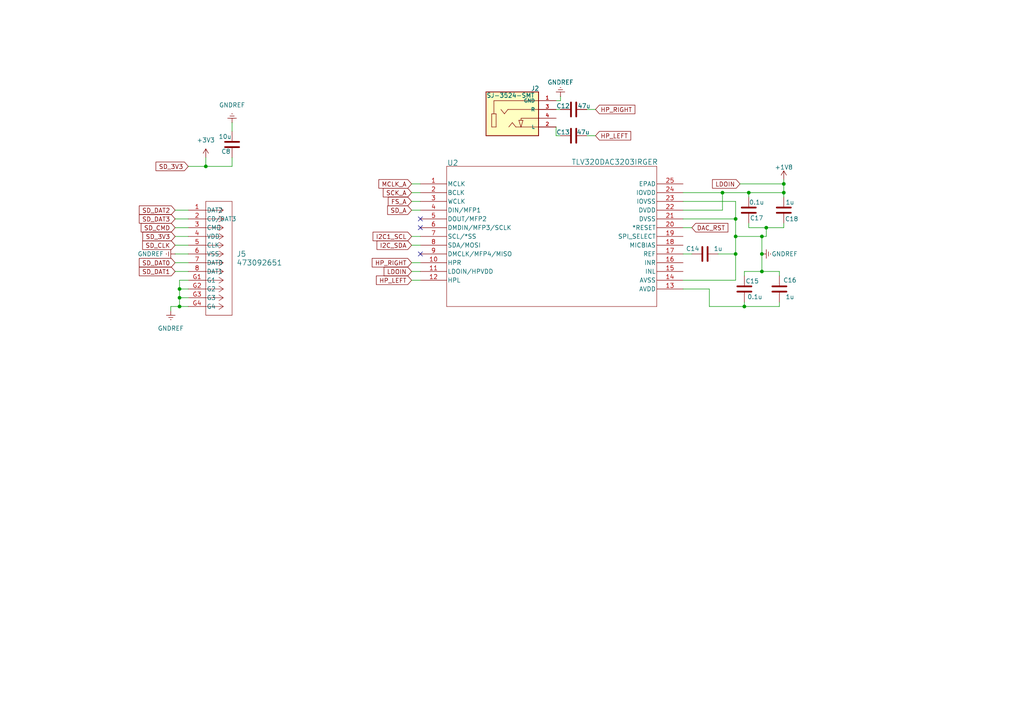
<source format=kicad_sch>
(kicad_sch (version 20250114) (generator "eeschema") (generator_version "9.0")
  (paper "A4")
  (lib_symbols
    (symbol "2026-01-22_06-52-15:TLV320DAC3203IRGER" (pin_names (offset 0.254))
      (property "Reference" "U" (at 38.1 10.16 0))
      (property "Value" "TLV320DAC3203IRGER" (at 38.1 7.62 0))
      (symbol "TLV320DAC3203IRGER_0_1"
        (polyline (pts (xy 7.62 5.08) (xy 7.62 -35.56)) (stroke (width 0.127)))
        (polyline (pts (xy 7.62 -35.56) (xy 68.58 -35.56)) (stroke (width 0.127)))
        (polyline (pts (xy 68.58 5.08) (xy 7.62 5.08)) (stroke (width 0.127)))
        (polyline (pts (xy 68.58 -35.56) (xy 68.58 5.08)) (stroke (width 0.127)))
        (pin input line (at 0 0 0) (length 7.62) (name "MCLK") (number "1"))
        (pin bidirectional line (at 0 -2.54 0) (length 7.62) (name "BCLK") (number "2"))
        (pin bidirectional line (at 0 -5.08 0) (length 7.62) (name "WCLK") (number "3"))
        (pin input line (at 0 -7.62 0) (length 7.62) (name "DIN/MFP1") (number "4"))
        (pin output line (at 0 -10.16 0) (length 7.62) (name "DOUT/MFP2") (number "5"))
        (pin input line (at 0 -12.7 0) (length 7.62) (name "DMDIN/MFP3/SCLK") (number "6"))
        (pin input line (at 0 -15.24 0) (length 7.62) (name "SCL/*SS") (number "7"))
        (pin input line (at 0 -17.78 0) (length 7.62) (name "SDA/MOSI") (number "8"))
        (pin output line (at 0 -20.32 0) (length 7.62) (name "DMCLK/MFP4/MISO") (number "9"))
        (pin output line (at 0 -22.86 0) (length 7.62) (name "HPR") (number "10"))
        (pin bidirectional line (at 0 -25.4 0) (length 7.62) (name "LDOIN/HPVDD") (number "11"))
        (pin output line (at 0 -27.94 0) (length 7.62) (name "HPL") (number "12"))
        (pin unspecified line (at 76.2 0 180) (length 7.62) (name "EPAD") (number "25"))
        (pin power_in line (at 76.2 -2.54 180) (length 7.62) (name "IOVDD") (number "24"))
        (pin power_in line (at 76.2 -5.08 180) (length 7.62) (name "IOVSS") (number "23"))
        (pin power_in line (at 76.2 -7.62 180) (length 7.62) (name "DVDD") (number "22"))
        (pin power_in line (at 76.2 -10.16 180) (length 7.62) (name "DVSS") (number "21"))
        (pin input line (at 76.2 -12.7 180) (length 7.62) (name "*RESET") (number "20"))
        (pin input line (at 76.2 -15.24 180) (length 7.62) (name "SPI_SELECT") (number "19"))
        (pin output line (at 76.2 -17.78 180) (length 7.62) (name "MICBIAS") (number "18"))
        (pin output line (at 76.2 -20.32 180) (length 7.62) (name "REF") (number "17"))
        (pin input line (at 76.2 -22.86 180) (length 7.62) (name "INR") (number "16"))
        (pin input line (at 76.2 -25.4 180) (length 7.62) (name "INL") (number "15"))
        (pin power_in line (at 76.2 -27.94 180) (length 7.62) (name "AVSS") (number "14"))
        (pin power_in line (at 76.2 -30.48 180) (length 7.62) (name "AVDD") (number "13"))
      )
    )
    (symbol "2026-01-28_06-17-02:473092651" (pin_names (offset 0.254))
      (property "Reference" "J" (at 8.89 6.35 0))
      (property "Value" "473092651" (at 0 0 0))
      (symbol "473092651_1_1"
        (polyline (pts (xy 5.08 2.54) (xy 5.08 -30.48)) (stroke (width 0.127)))
        (polyline (pts (xy 5.08 -30.48) (xy 12.7 -30.48)) (stroke (width 0.127)))
        (polyline (pts (xy 10.16 0) (xy 5.08 0)) (stroke (width 0.127)))
        (polyline (pts (xy 10.16 0) (xy 8.89 0.8467)) (stroke (width 0.127)))
        (polyline (pts (xy 10.16 0) (xy 8.89 -0.8467)) (stroke (width 0.127)))
        (polyline (pts (xy 10.16 -2.54) (xy 5.08 -2.54)) (stroke (width 0.127)))
        (polyline (pts (xy 10.16 -2.54) (xy 8.89 -1.6933)) (stroke (width 0.127)))
        (polyline (pts (xy 10.16 -2.54) (xy 8.89 -3.3867)) (stroke (width 0.127)))
        (polyline (pts (xy 10.16 -5.08) (xy 5.08 -5.08)) (stroke (width 0.127)))
        (polyline (pts (xy 10.16 -5.08) (xy 8.89 -4.2333)) (stroke (width 0.127)))
        (polyline (pts (xy 10.16 -5.08) (xy 8.89 -5.9267)) (stroke (width 0.127)))
        (polyline (pts (xy 10.16 -7.62) (xy 5.08 -7.62)) (stroke (width 0.127)))
        (polyline (pts (xy 10.16 -7.62) (xy 8.89 -6.7733)) (stroke (width 0.127)))
        (polyline (pts (xy 10.16 -7.62) (xy 8.89 -8.4667)) (stroke (width 0.127)))
        (polyline (pts (xy 10.16 -10.16) (xy 5.08 -10.16)) (stroke (width 0.127)))
        (polyline (pts (xy 10.16 -10.16) (xy 8.89 -9.3133)) (stroke (width 0.127)))
        (polyline (pts (xy 10.16 -10.16) (xy 8.89 -11.0067)) (stroke (width 0.127)))
        (polyline (pts (xy 10.16 -12.7) (xy 5.08 -12.7)) (stroke (width 0.127)))
        (polyline (pts (xy 10.16 -12.7) (xy 8.89 -11.8533)) (stroke (width 0.127)))
        (polyline (pts (xy 10.16 -12.7) (xy 8.89 -13.5467)) (stroke (width 0.127)))
        (polyline (pts (xy 10.16 -15.24) (xy 5.08 -15.24)) (stroke (width 0.127)))
        (polyline (pts (xy 10.16 -15.24) (xy 8.89 -14.3933)) (stroke (width 0.127)))
        (polyline (pts (xy 10.16 -15.24) (xy 8.89 -16.0867)) (stroke (width 0.127)))
        (polyline (pts (xy 10.16 -17.78) (xy 5.08 -17.78)) (stroke (width 0.127)))
        (polyline (pts (xy 10.16 -17.78) (xy 8.89 -16.9333)) (stroke (width 0.127)))
        (polyline (pts (xy 10.16 -17.78) (xy 8.89 -18.6267)) (stroke (width 0.127)))
        (polyline (pts (xy 10.16 -20.32) (xy 5.08 -20.32)) (stroke (width 0.127)))
        (polyline (pts (xy 10.16 -20.32) (xy 8.89 -19.4733)) (stroke (width 0.127)))
        (polyline (pts (xy 10.16 -20.32) (xy 8.89 -21.1667)) (stroke (width 0.127)))
        (polyline (pts (xy 10.16 -22.86) (xy 5.08 -22.86)) (stroke (width 0.127)))
        (polyline (pts (xy 10.16 -22.86) (xy 8.89 -22.0133)) (stroke (width 0.127)))
        (polyline (pts (xy 10.16 -22.86) (xy 8.89 -23.7067)) (stroke (width 0.127)))
        (polyline (pts (xy 10.16 -25.4) (xy 5.08 -25.4)) (stroke (width 0.127)))
        (polyline (pts (xy 10.16 -25.4) (xy 8.89 -24.5533)) (stroke (width 0.127)))
        (polyline (pts (xy 10.16 -25.4) (xy 8.89 -26.2467)) (stroke (width 0.127)))
        (polyline (pts (xy 10.16 -27.94) (xy 5.08 -27.94)) (stroke (width 0.127)))
        (polyline (pts (xy 10.16 -27.94) (xy 8.89 -27.0933)) (stroke (width 0.127)))
        (polyline (pts (xy 10.16 -27.94) (xy 8.89 -28.7867)) (stroke (width 0.127)))
        (polyline (pts (xy 12.7 2.54) (xy 5.08 2.54)) (stroke (width 0.127)))
        (polyline (pts (xy 12.7 -30.48) (xy 12.7 2.54)) (stroke (width 0.127)))
        (pin bidirectional line (at 0 0 0) (length 5.08) (name "DAT2") (number "1"))
        (pin unspecified line (at 0 -2.54 0) (length 5.08) (name "CD/DAT3") (number "2"))
        (pin unspecified line (at 0 -5.08 0) (length 5.08) (name "CMD") (number "3"))
        (pin power_in line (at 0 -7.62 0) (length 5.08) (name "VDD") (number "4"))
        (pin unspecified line (at 0 -10.16 0) (length 5.08) (name "CLK") (number "5"))
        (pin power_out line (at 0 -12.7 0) (length 5.08) (name "VSS") (number "6"))
        (pin bidirectional line (at 0 -15.24 0) (length 5.08) (name "DAT0") (number "7"))
        (pin bidirectional line (at 0 -17.78 0) (length 5.08) (name "DAT1") (number "8"))
        (pin power_out line (at 0 -20.32 0) (length 5.08) (name "G1") (number "G1"))
        (pin power_out line (at 0 -22.86 0) (length 5.08) (name "G2") (number "G2"))
        (pin unspecified line (at 0 -25.4 0) (length 5.08) (name "G3") (number "G3"))
        (pin unspecified line (at 0 -27.94 0) (length 5.08) (name "G4") (number "G4"))
      )
      (symbol "473092651_1_2"
        (polyline (pts (xy 5.08 2.54) (xy 5.08 -30.48)) (stroke (width 0.127)))
        (polyline (pts (xy 5.08 -30.48) (xy 12.7 -30.48)) (stroke (width 0.127)))
        (polyline (pts (xy 7.62 0) (xy 5.08 0)) (stroke (width 0.127)))
        (polyline (pts (xy 7.62 0) (xy 8.89 0.8467)) (stroke (width 0.127)))
        (polyline (pts (xy 7.62 0) (xy 8.89 -0.8467)) (stroke (width 0.127)))
        (polyline (pts (xy 7.62 -2.54) (xy 5.08 -2.54)) (stroke (width 0.127)))
        (polyline (pts (xy 7.62 -2.54) (xy 8.89 -1.6933)) (stroke (width 0.127)))
        (polyline (pts (xy 7.62 -2.54) (xy 8.89 -3.3867)) (stroke (width 0.127)))
        (polyline (pts (xy 7.62 -5.08) (xy 5.08 -5.08)) (stroke (width 0.127)))
        (polyline (pts (xy 7.62 -5.08) (xy 8.89 -4.2333)) (stroke (width 0.127)))
        (polyline (pts (xy 7.62 -5.08) (xy 8.89 -5.9267)) (stroke (width 0.127)))
        (polyline (pts (xy 7.62 -7.62) (xy 5.08 -7.62)) (stroke (width 0.127)))
        (polyline (pts (xy 7.62 -7.62) (xy 8.89 -6.7733)) (stroke (width 0.127)))
        (polyline (pts (xy 7.62 -7.62) (xy 8.89 -8.4667)) (stroke (width 0.127)))
        (polyline (pts (xy 7.62 -10.16) (xy 5.08 -10.16)) (stroke (width 0.127)))
        (polyline (pts (xy 7.62 -10.16) (xy 8.89 -9.3133)) (stroke (width 0.127)))
        (polyline (pts (xy 7.62 -10.16) (xy 8.89 -11.0067)) (stroke (width 0.127)))
        (polyline (pts (xy 7.62 -12.7) (xy 5.08 -12.7)) (stroke (width 0.127)))
        (polyline (pts (xy 7.62 -12.7) (xy 8.89 -11.8533)) (stroke (width 0.127)))
        (polyline (pts (xy 7.62 -12.7) (xy 8.89 -13.5467)) (stroke (width 0.127)))
        (polyline (pts (xy 7.62 -15.24) (xy 5.08 -15.24)) (stroke (width 0.127)))
        (polyline (pts (xy 7.62 -15.24) (xy 8.89 -14.3933)) (stroke (width 0.127)))
        (polyline (pts (xy 7.62 -15.24) (xy 8.89 -16.0867)) (stroke (width 0.127)))
        (polyline (pts (xy 7.62 -17.78) (xy 5.08 -17.78)) (stroke (width 0.127)))
        (polyline (pts (xy 7.62 -17.78) (xy 8.89 -16.9333)) (stroke (width 0.127)))
        (polyline (pts (xy 7.62 -17.78) (xy 8.89 -18.6267)) (stroke (width 0.127)))
        (polyline (pts (xy 7.62 -20.32) (xy 5.08 -20.32)) (stroke (width 0.127)))
        (polyline (pts (xy 7.62 -20.32) (xy 8.89 -19.4733)) (stroke (width 0.127)))
        (polyline (pts (xy 7.62 -20.32) (xy 8.89 -21.1667)) (stroke (width 0.127)))
        (polyline (pts (xy 7.62 -22.86) (xy 5.08 -22.86)) (stroke (width 0.127)))
        (polyline (pts (xy 7.62 -22.86) (xy 8.89 -22.0133)) (stroke (width 0.127)))
        (polyline (pts (xy 7.62 -22.86) (xy 8.89 -23.7067)) (stroke (width 0.127)))
        (polyline (pts (xy 7.62 -25.4) (xy 5.08 -25.4)) (stroke (width 0.127)))
        (polyline (pts (xy 7.62 -25.4) (xy 8.89 -24.5533)) (stroke (width 0.127)))
        (polyline (pts (xy 7.62 -25.4) (xy 8.89 -26.2467)) (stroke (width 0.127)))
        (polyline (pts (xy 7.62 -27.94) (xy 5.08 -27.94)) (stroke (width 0.127)))
        (polyline (pts (xy 7.62 -27.94) (xy 8.89 -27.0933)) (stroke (width 0.127)))
        (polyline (pts (xy 7.62 -27.94) (xy 8.89 -28.7867)) (stroke (width 0.127)))
        (polyline (pts (xy 12.7 2.54) (xy 5.08 2.54)) (stroke (width 0.127)))
        (polyline (pts (xy 12.7 -30.48) (xy 12.7 2.54)) (stroke (width 0.127)))
        (pin bidirectional line (at 0 0 0) (length 5.08) (name "1") (number "1"))
        (pin unspecified line (at 0 -2.54 0) (length 5.08) (name "2") (number "2"))
        (pin unspecified line (at 0 -5.08 0) (length 5.08) (name "3") (number "3"))
        (pin power_in line (at 0 -7.62 0) (length 5.08) (name "4") (number "4"))
        (pin unspecified line (at 0 -10.16 0) (length 5.08) (name "5") (number "5"))
        (pin power_out line (at 0 -12.7 0) (length 5.08) (name "6") (number "6"))
        (pin bidirectional line (at 0 -15.24 0) (length 5.08) (name "7") (number "7"))
        (pin bidirectional line (at 0 -17.78 0) (length 5.08) (name "8") (number "8"))
        (pin power_out line (at 0 -20.32 0) (length 5.08) (name "G1") (number "G1"))
        (pin power_out line (at 0 -22.86 0) (length 5.08) (name "G2") (number "G2"))
        (pin unspecified line (at 0 -25.4 0) (length 5.08) (name "G3") (number "G3"))
        (pin unspecified line (at 0 -27.94 0) (length 5.08) (name "G4") (number "G4"))
      )
    )
    (symbol "Device:C" (pin_numbers (hide yes)) (pin_names (offset 0.254))
      (property "Reference" "C" (at 0.635 2.54 0))
      (property "Value" "C" (at 0.635 -2.54 0))
      (symbol "C_0_1"
        (polyline (pts (xy -2.032 0.762) (xy 2.032 0.762)) (stroke (width 0.508)))
        (polyline (pts (xy -2.032 -0.762) (xy 2.032 -0.762)) (stroke (width 0.508)))
      )
      (symbol "C_1_1"
        (pin passive line (at 0 3.81 270) (length 2.794) (name "~") (number "1"))
        (pin passive line (at 0 -3.81 90) (length 2.794) (name "~") (number "2"))
      )
    )
    (symbol "SJ-3524-SMT:SJ-3524-SMT" (pin_names (offset 1.016))
      (property "Reference" "J2" (at 0 12.7 0))
      (property "Value" "SJ-3524-SMT" (at 0 10.16 0))
      (symbol "SJ-3524-SMT_0_0"
        (rectangle (start -7.62 -5.08) (end 7.62 7.62) (stroke (width 0.254)) (fill (type background)))
        (polyline (pts (xy -5.969 1.27) (xy -5.969 -2.54)) (stroke (width 0.1524)))
        (polyline (pts (xy -5.969 -2.54) (xy -4.699 -2.54)) (stroke (width 0.1524)))
        (polyline (pts (xy -5.334 5.08) (xy 7.62 5.08)) (stroke (width 0.1524)))
        (polyline (pts (xy -5.334 1.27) (xy -5.969 1.27)) (stroke (width 0.1524)))
        (polyline (pts (xy -5.334 1.27) (xy -5.334 5.08)) (stroke (width 0.1524)))
        (polyline (pts (xy -4.699 1.27) (xy -5.334 1.27)) (stroke (width 0.1524)))
        (polyline (pts (xy -4.699 -2.54) (xy -4.699 1.27)) (stroke (width 0.1524)))
        (polyline (pts (xy -2.286 1.27) (xy -3.302 2.54)) (stroke (width 0.1524)))
        (polyline (pts (xy -1.27 2.54) (xy -2.286 1.27)) (stroke (width 0.1524)))
        (polyline (pts (xy -1.016 -2.54) (xy 0 -1.27)) (stroke (width 0.1524)))
        (polyline (pts (xy 0 -1.27) (xy 1.016 -2.54)) (stroke (width 0.1524)))
        (polyline (pts (xy 1.9 -0.6) (xy 2.5 -2.53)) (stroke (width 0.1524)))
        (polyline (pts (xy 1.9 -0.6) (xy 3.09 -0.6)) (stroke (width 0.1524)))
        (polyline (pts (xy 2.53 -2.52) (xy 2.53 -2.53)) (stroke (width 0.1524)))
        (polyline (pts (xy 2.54 0) (xy 2.54 -0.62)) (stroke (width 0.1524)))
        (polyline (pts (xy 2.54 0) (xy 7.62 0)) (stroke (width 0.1524)))
        (polyline (pts (xy 3.09 -0.6) (xy 2.53 -2.52)) (stroke (width 0.1524)))
        (polyline (pts (xy 7.62 2.54) (xy -1.27 2.54)) (stroke (width 0.1524)))
        (polyline (pts (xy 7.62 -2.54) (xy 1.016 -2.54)) (stroke (width 0.1524)))
        (pin passive line (at 12.7 2.54 180) (length 5.08) (name "R") (number "3"))
        (pin passive line (at 12.7 0 180) (length 5.08) (name "~") (number "4"))
        (pin passive line (at 12.7 -2.54 180) (length 5.08) (name "L") (number "2"))
      )
      (symbol "SJ-3524-SMT_1_0"
        (pin passive line (at 12.7 5.08 180) (length 5.08) (name "GND") (number "1"))
      )
    )
    (symbol "power:+1V8" (power) (pin_numbers (hide yes)) (pin_names (offset 0) (hide yes))
      (property "Value" "+1V8" (at 0 3.556 0))
      (symbol "+1V8_0_1"
        (polyline (pts (xy -0.762 1.27) (xy 0 2.54)))
        (polyline (pts (xy 0 2.54) (xy 0.762 1.27)))
        (polyline (pts (xy 0 0) (xy 0 2.54)))
      )
      (symbol "+1V8_1_1"
        (pin power_in line (at 0 0 90) (length 0) (name "~") (number "1"))
      )
    )
    (symbol "power:+3V3" (power) (pin_numbers (hide yes)) (pin_names (offset 0) (hide yes))
      (property "Value" "+3V3" (at 0 3.556 0))
      (symbol "+3V3_0_1"
        (polyline (pts (xy -0.762 1.27) (xy 0 2.54)))
        (polyline (pts (xy 0 2.54) (xy 0.762 1.27)))
        (polyline (pts (xy 0 0) (xy 0 2.54)))
      )
      (symbol "+3V3_1_1"
        (pin power_in line (at 0 0 90) (length 0) (name "~") (number "1"))
      )
    )
    (symbol "power:GNDREF" (power) (pin_numbers (hide yes)) (pin_names (offset 0) (hide yes))
      (property "Value" "GNDREF" (at 0 -3.81 0))
      (symbol "GNDREF_0_1"
        (polyline (pts (xy -0.635 -1.905) (xy 0.635 -1.905)))
        (polyline (pts (xy -0.127 -2.54) (xy 0.127 -2.54)))
        (polyline (pts (xy 0 -1.27) (xy 0 0)))
        (polyline (pts (xy 1.27 -1.27) (xy -1.27 -1.27)))
      )
      (symbol "GNDREF_1_1"
        (pin power_in line (at 0 0 270) (length 0) (name "~") (number "1"))
      )
    )
  )
  (junction (at 220.98 73.66))
  (junction (at 213.36 68.58))
  (junction (at 52.07 86.36))
  (junction (at 220.98 68.58))
  (junction (at 213.36 63.5))
  (junction (at 220.98 78.74))
  (junction (at 215.9 88.9))
  (junction (at 222.25 66.04))
  (junction (at 52.07 88.9))
  (junction (at 217.17 55.88))
  (junction (at 227.33 53.34))
  (junction (at 59.69 48.26))
  (junction (at 209.55 55.88))
  (junction (at 213.36 73.66))
  (junction (at 52.07 83.82))
  (junction (at 227.33 55.88))
  (no_connect (at 121.92 63.5))
  (no_connect (at 121.92 66.04))
  (no_connect (at 121.92 73.66))
  (wire (pts (xy 161.29 39.37) (xy 161.29 36.83)))
  (wire (pts (xy 217.17 64.77) (xy 217.17 66.04)))
  (wire (pts (xy 52.07 86.36) (xy 52.07 88.9)))
  (wire (pts (xy 213.36 63.5) (xy 213.36 68.58)))
  (wire (pts (xy 59.69 48.26) (xy 54.61 48.26)))
  (wire (pts (xy 198.12 81.28) (xy 213.36 81.28)))
  (wire (pts (xy 162.56 27.94) (xy 162.56 29.21)))
  (wire (pts (xy 222.25 66.04) (xy 222.25 68.58)))
  (wire (pts (xy 209.55 55.88) (xy 217.17 55.88)))
  (wire (pts (xy 215.9 78.74) (xy 220.98 78.74)))
  (wire (pts (xy 220.98 73.66) (xy 220.98 78.74)))
  (wire (pts (xy 50.8 71.12) (xy 54.61 71.12)))
  (wire (pts (xy 227.33 53.34) (xy 227.33 55.88)))
  (wire (pts (xy 119.38 71.12) (xy 121.92 71.12)))
  (wire (pts (xy 213.36 68.58) (xy 213.36 73.66)))
  (wire (pts (xy 67.31 45.72) (xy 67.31 48.26)))
  (wire (pts (xy 198.12 55.88) (xy 209.55 55.88)))
  (wire (pts (xy 59.69 45.72) (xy 59.69 48.26)))
  (wire (pts (xy 50.8 60.96) (xy 54.61 60.96)))
  (wire (pts (xy 119.38 78.74) (xy 121.92 78.74)))
  (wire (pts (xy 198.12 73.66) (xy 200.66 73.66)))
  (wire (pts (xy 54.61 81.28) (xy 52.07 81.28)))
  (wire (pts (xy 50.8 78.74) (xy 54.61 78.74)))
  (wire (pts (xy 227.33 66.04) (xy 227.33 64.77)))
  (wire (pts (xy 119.38 60.96) (xy 121.92 60.96)))
  (wire (pts (xy 198.12 63.5) (xy 213.36 63.5)))
  (wire (pts (xy 213.36 58.42) (xy 213.36 63.5)))
  (wire (pts (xy 222.25 66.04) (xy 227.33 66.04)))
  (wire (pts (xy 205.74 83.82) (xy 198.12 83.82)))
  (wire (pts (xy 214.63 53.34) (xy 227.33 53.34)))
  (wire (pts (xy 215.9 88.9) (xy 205.74 88.9)))
  (wire (pts (xy 52.07 81.28) (xy 52.07 83.82)))
  (wire (pts (xy 208.28 73.66) (xy 213.36 73.66)))
  (wire (pts (xy 52.07 83.82) (xy 52.07 86.36)))
  (wire (pts (xy 162.56 29.21) (xy 161.29 29.21)))
  (wire (pts (xy 220.98 73.66) (xy 220.98 68.58)))
  (wire (pts (xy 213.36 58.42) (xy 198.12 58.42)))
  (wire (pts (xy 213.36 68.58) (xy 220.98 68.58)))
  (wire (pts (xy 226.06 87.63) (xy 226.06 88.9)))
  (wire (pts (xy 226.06 78.74) (xy 226.06 80.01)))
  (wire (pts (xy 67.31 48.26) (xy 59.69 48.26)))
  (wire (pts (xy 213.36 81.28) (xy 213.36 73.66)))
  (wire (pts (xy 119.38 81.28) (xy 121.92 81.28)))
  (wire (pts (xy 170.18 39.37) (xy 172.72 39.37)))
  (wire (pts (xy 226.06 88.9) (xy 215.9 88.9)))
  (wire (pts (xy 170.18 31.75) (xy 172.72 31.75)))
  (wire (pts (xy 50.8 66.04) (xy 54.61 66.04)))
  (wire (pts (xy 198.12 66.04) (xy 200.66 66.04)))
  (wire (pts (xy 119.38 53.34) (xy 121.92 53.34)))
  (wire (pts (xy 50.8 76.2) (xy 54.61 76.2)))
  (wire (pts (xy 220.98 68.58) (xy 222.25 68.58)))
  (wire (pts (xy 52.07 88.9) (xy 49.53 88.9)))
  (wire (pts (xy 119.38 68.58) (xy 121.92 68.58)))
  (wire (pts (xy 161.29 39.37) (xy 162.56 39.37)))
  (wire (pts (xy 50.8 68.58) (xy 54.61 68.58)))
  (wire (pts (xy 198.12 60.96) (xy 209.55 60.96)))
  (wire (pts (xy 161.29 31.75) (xy 162.56 31.75)))
  (wire (pts (xy 217.17 55.88) (xy 217.17 57.15)))
  (wire (pts (xy 205.74 88.9) (xy 205.74 83.82)))
  (wire (pts (xy 54.61 83.82) (xy 52.07 83.82)))
  (wire (pts (xy 227.33 57.15) (xy 227.33 55.88)))
  (wire (pts (xy 50.8 63.5) (xy 54.61 63.5)))
  (wire (pts (xy 119.38 58.42) (xy 121.92 58.42)))
  (wire (pts (xy 49.53 88.9) (xy 49.53 90.17)))
  (wire (pts (xy 227.33 55.88) (xy 217.17 55.88)))
  (wire (pts (xy 50.8 73.66) (xy 54.61 73.66)))
  (wire (pts (xy 67.31 38.1) (xy 67.31 35.56)))
  (wire (pts (xy 119.38 55.88) (xy 121.92 55.88)))
  (wire (pts (xy 217.17 66.04) (xy 222.25 66.04)))
  (wire (pts (xy 215.9 80.01) (xy 215.9 78.74)))
  (wire (pts (xy 119.38 76.2) (xy 121.92 76.2)))
  (wire (pts (xy 54.61 88.9) (xy 52.07 88.9)))
  (wire (pts (xy 54.61 86.36) (xy 52.07 86.36)))
  (wire (pts (xy 215.9 88.9) (xy 215.9 87.63)))
  (wire (pts (xy 209.55 60.96) (xy 209.55 55.88)))
  (wire (pts (xy 220.98 78.74) (xy 226.06 78.74)))
  (wire (pts (xy 227.33 52.07) (xy 227.33 53.34)))
  (global_label "DAC_RST" (shape input) (at 200.66 66.04 0) (property "Intersheetrefs" "${INTERSHEET_REFS}" (effects (hide yes))))
  (global_label "SD_DAT0" (shape input) (at 50.8 76.2 180) (property "Intersheetrefs" "${INTERSHEET_REFS}" (effects (hide yes))))
  (global_label "I2C_SDA" (shape input) (at 119.38 71.12 180) (property "Intersheetrefs" "${INTERSHEET_REFS}" (effects (hide yes))))
  (global_label "HP_LEFT" (shape input) (at 119.38 81.28 180) (property "Intersheetrefs" "${INTERSHEET_REFS}" (effects (hide yes))))
  (global_label "I2C1_SCL" (shape input) (at 119.38 68.58 180) (property "Intersheetrefs" "${INTERSHEET_REFS}" (effects (hide yes))))
  (global_label "HP_RIGHT" (shape input) (at 172.72 31.75 0) (property "Intersheetrefs" "${INTERSHEET_REFS}" (effects (hide yes))))
  (global_label "LDOIN" (shape input) (at 214.63 53.34 180) (property "Intersheetrefs" "${INTERSHEET_REFS}" (effects (hide yes))))
  (global_label "SD_DAT1" (shape input) (at 50.8 78.74 180) (property "Intersheetrefs" "${INTERSHEET_REFS}" (effects (hide yes))))
  (global_label "SD_3V3" (shape input) (at 54.61 48.26 180) (property "Intersheetrefs" "${INTERSHEET_REFS}" (effects (hide yes))))
  (global_label "SD_CLK" (shape input) (at 50.8 71.12 180) (property "Intersheetrefs" "${INTERSHEET_REFS}" (effects (hide yes))))
  (global_label "SD_DAT2" (shape input) (at 50.8 60.96 180) (property "Intersheetrefs" "${INTERSHEET_REFS}" (effects (hide yes))))
  (global_label "LDOIN" (shape input) (at 119.38 78.74 180) (property "Intersheetrefs" "${INTERSHEET_REFS}" (effects (hide yes))))
  (global_label "FS_A" (shape input) (at 119.38 58.42 180) (property "Intersheetrefs" "${INTERSHEET_REFS}" (effects (hide yes))))
  (global_label "SCK_A" (shape input) (at 119.38 55.88 180) (property "Intersheetrefs" "${INTERSHEET_REFS}" (effects (hide yes))))
  (global_label "MCLK_A" (shape input) (at 119.38 53.34 180) (property "Intersheetrefs" "${INTERSHEET_REFS}" (effects (hide yes))))
  (global_label "HP_RIGHT" (shape input) (at 119.38 76.2 180) (property "Intersheetrefs" "${INTERSHEET_REFS}" (effects (hide yes))))
  (global_label "HP_LEFT" (shape input) (at 172.72 39.37 0) (property "Intersheetrefs" "${INTERSHEET_REFS}" (effects (hide yes))))
  (global_label "SD_3V3" (shape input) (at 50.8 68.58 180) (property "Intersheetrefs" "${INTERSHEET_REFS}" (effects (hide yes))))
  (global_label "SD_CMD" (shape input) (at 50.8 66.04 180) (property "Intersheetrefs" "${INTERSHEET_REFS}" (effects (hide yes))))
  (global_label "SD_DAT3" (shape input) (at 50.8 63.5 180) (property "Intersheetrefs" "${INTERSHEET_REFS}" (effects (hide yes))))
  (global_label "SD_A" (shape input) (at 119.38 60.96 180) (property "Intersheetrefs" "${INTERSHEET_REFS}" (effects (hide yes))))
  (symbol (lib_id "power:GNDREF") (at 220.98 73.66 90) (unit 1)
    (property "Reference" "#PWR015" (effects (hide yes)))
    (property "Value" "GNDREF" (at 223.774 73.66 90) (effects (justify right)))
    (property "Description" "Power symbol creates a global label with name \"GNDREF\" , reference supply ground" (effects (hide yes)))
  )
  (symbol (lib_id "Device:C") (at 166.37 39.37 90) (unit 1)
    (property "Reference" "C13" (at 163.322 38.354 90))
    (property "Value" "47u" (at 169.164 38.354 90))
    (property "Description" "Unpolarized capacitor" (effects (hide yes)))
  )
  (symbol (lib_id "Device:C") (at 226.06 83.82 0) (mirror y) (unit 1)
    (property "Reference" "C16" (at 229.108 81.28 0))
    (property "Value" "1u" (at 229.108 86.106 0))
    (property "Description" "Unpolarized capacitor" (effects (hide yes)))
  )
  (symbol (lib_id "Device:C") (at 227.33 60.96 180) (unit 1)
    (property "Reference" "C18" (at 229.616 63.5 0))
    (property "Value" "1u" (at 229.108 58.674 0))
    (property "Description" "Unpolarized capacitor" (effects (hide yes)))
  )
  (symbol (lib_id "Device:C") (at 217.17 60.96 180) (unit 1)
    (property "Reference" "C17" (at 219.456 63.246 0))
    (property "Value" "0.1u" (at 219.456 58.674 0))
    (property "Description" "Unpolarized capacitor" (effects (hide yes)))
  )
  (symbol (lib_id "SJ-3524-SMT:SJ-3524-SMT") (at 148.59 34.29 0) (unit 1)
    (property "Reference" "J2" (at 155.194 25.654 0))
    (property "Value" "SJ-3524-SMT" (at 148.082 27.686 0))
    (property "Footprint" "SJ-3524-SMT:CUI_SJ-3524-SMT" (effects (hide yes)))
    (property "PARTREV" "1.03" (effects (hide yes)))
    (property "MF" "CUI Inc" (effects (hide yes)))
    (property "STANDARD" "Manufacturer recommendations" (effects (hide yes)))
  )
  (symbol (lib_id "2026-01-22_06-52-15:TLV320DAC3203IRGER") (at 121.92 53.34 0) (unit 1)
    (property "Reference" "U2" (at 131.318 47.244 0) (effects (font (size 1.524 1.524))))
    (property "Value" "TLV320DAC3203IRGER" (at 178.308 46.99 0) (effects (font (size 1.524 1.524))))
    (property "Footprint" "RGE24_2P7X2P7_TEX" (effects (hide yes)))
    (property "Datasheet" "https://www.ti.com/lit/gpn/tlv320dac3203" (effects (hide yes)))
  )
  (symbol (lib_id "2026-01-28_06-17-02:473092651") (at 54.61 60.96 0) (unit 1)
    (property "Reference" "J5" (at 68.58 73.6599 0) (effects (font (size 1.524 1.524)) (justify left)))
    (property "Value" "473092651" (at 68.58 76.1999 0) (effects (font (size 1.524 1.524)) (justify left)))
    (property "Footprint" "CONN12_47309-2651_MOL" (effects (hide yes)))
    (property "Datasheet" "https://www.molex.com/en-us/products/part-detail-pdf/473092651?display=pdf" (effects (hide yes)))
  )
  (symbol (lib_id "Device:C") (at 215.9 83.82 0) (mirror y) (unit 1)
    (property "Reference" "C15" (at 218.186 81.534 0))
    (property "Value" "0.1u" (at 218.948 86.106 0))
    (property "Description" "Unpolarized capacitor" (effects (hide yes)))
  )
  (symbol (lib_id "power:GNDREF") (at 67.31 35.56 180) (unit 1)
    (property "Reference" "#PWR027" (effects (hide yes)))
    (property "Value" "GNDREF" (at 67.31 30.48 0))
    (property "Description" "Power symbol creates a global label with name \"GNDREF\" , reference supply ground" (effects (hide yes)))
  )
  (symbol (lib_id "power:GNDREF") (at 49.53 90.17 0) (unit 1)
    (property "Reference" "#PWR053" (effects (hide yes)))
    (property "Value" "GNDREF" (at 49.53 95.25 0))
    (property "Description" "Power symbol creates a global label with name \"GNDREF\" , reference supply ground" (effects (hide yes)))
  )
  (symbol (lib_id "power:+1V8") (at 227.33 52.07 0) (unit 1)
    (property "Reference" "#PWR018" (effects (hide yes)))
    (property "Value" "+1V8" (at 227.33 48.514 0))
    (property "Description" "Power symbol creates a global label with name \"+1V8\"" (effects (hide yes)))
  )
  (symbol (lib_id "Device:C") (at 67.31 41.91 0) (unit 1)
    (property "Reference" "C8" (at 65.532 43.942 0))
    (property "Value" "10u" (at 65.278 39.624 0))
    (property "Description" "Unpolarized capacitor" (effects (hide yes)))
  )
  (symbol (lib_id "Device:C") (at 166.37 31.75 90) (unit 1)
    (property "Reference" "C12" (at 163.322 30.734 90))
    (property "Value" "47u" (at 169.418 30.734 90))
    (property "Description" "Unpolarized capacitor" (effects (hide yes)))
  )
  (symbol (lib_id "power:GNDREF") (at 50.8 73.66 270) (mirror x) (unit 1)
    (property "Reference" "#PWR054" (effects (hide yes)))
    (property "Value" "GNDREF" (at 47.498 73.66 90) (effects (justify right)))
    (property "Description" "Power symbol creates a global label with name \"GNDREF\" , reference supply ground" (effects (hide yes)))
  )
  (symbol (lib_id "Device:C") (at 204.47 73.66 90) (unit 1)
    (property "Reference" "C14" (at 200.914 72.136 90))
    (property "Value" "1u" (at 208.28 72.136 90))
    (property "Description" "Unpolarized capacitor" (effects (hide yes)))
  )
  (symbol (lib_id "power:+3V3") (at 59.69 45.72 0) (unit 1)
    (property "Reference" "#PWR028" (effects (hide yes)))
    (property "Value" "+3V3" (at 59.69 40.64 0))
    (property "Description" "Power symbol creates a global label with name \"+3V3\"" (effects (hide yes)))
  )
  (symbol (lib_id "power:GNDREF") (at 162.56 27.94 0) (mirror x) (unit 1)
    (property "Reference" "#PWR030" (effects (hide yes)))
    (property "Value" "GNDREF" (at 162.56 23.876 0))
    (property "Description" "Power symbol creates a global label with name \"GNDREF\" , reference supply ground" (effects (hide yes)))
  )
)
</source>
